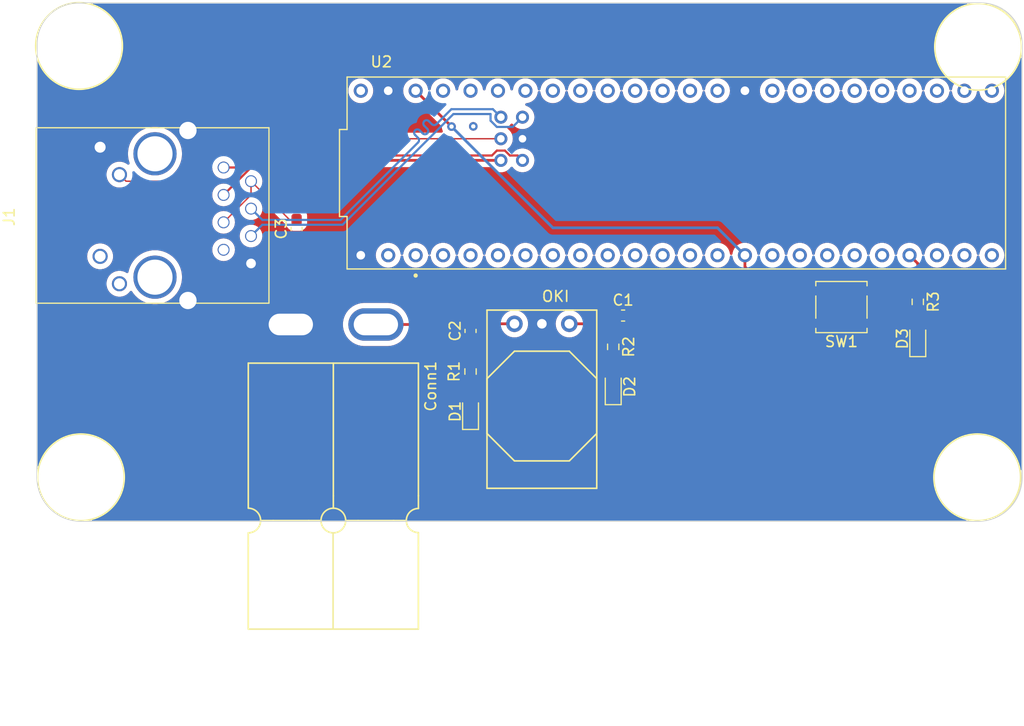
<source format=kicad_pcb>
(kicad_pcb (version 20221018) (generator pcbnew)
  (layers (0 "F.Cu" signal) (31 "B.Cu" signal) (34 "B.Paste" user) (35 "F.Paste" user) (36 "B.SilkS" user "B.Silkscreen") (37 "F.SilkS" user "F.Silkscreen") (38 "B.Mask" user) (39 "F.Mask" user) (44 "Edge.Cuts" user))
  (net 0 "")
  (net 1 "+3V3")
  (net 2 "GND")
  (net 3 "PV")
  (net 4 "Net-(C3-Pad2)")
  (net 5 "Net-(D1-A)")
  (net 6 "Net-(D2-A)")
  (net 7 "Net-(D3-A)")
  (net 9 "Net-(J1-Pad10)")
  (net 11 "/T+")
  (net 12 "/T-")
  (net 14 "/R+")
  (net 15 "/R-")
  (net 16 "Test_Button")
  (footprint "MRDT_Drill_Holes:4_40_Hole_Corner" (layer "F.Cu") (at 57.7963 29.94546 -90)
    (fp_text reference "REF**" hide)
    (fp_text value "4_40_Hole" hide)
    (fp_circle (center 4.00812 -4.00812) (end 4.00812 0.00508) (stroke (width 0.15)) (fill none) (layer "F.SilkS"))
    (pad "" np_thru_hole circle (at 4.00812 -4.00812 270) (size 2.9464 2.9464) (drill 2.9464) (layers "F&B.Cu" "*.Mask") (clearance 2.5))
  )
  (footprint "Button_Switch_SMD:SW_SPST_TL3305A" (layer "F.Cu") (at 132.378 58.142 180)
    (fp_text reference "SW1" (at 0 -3.2) (layer "F.SilkS"))
    (fp_text value "SW_Push")
    (fp_line (start -2.37 -2.37) (end -2.37 -1.97) (stroke (width 0.12)) (layer "F.SilkS"))
    (fp_line (start -2.37 -2.37) (end 2.37 -2.37) (stroke (width 0.12)) (layer "F.SilkS"))
    (fp_line (start -2.37 1.03) (end -2.37 -1.03) (stroke (width 0.12)) (layer "F.SilkS"))
    (fp_line (start -2.37 2.37) (end -2.37 1.97) (stroke (width 0.12)) (layer "F.SilkS"))
    (fp_line (start -2.37 2.37) (end 2.37 2.37) (stroke (width 0.12)) (layer "F.SilkS"))
    (fp_line (start 2.37 -2.37) (end 2.37 -1.97) (stroke (width 0.12)) (layer "F.SilkS"))
    (fp_line (start 2.37 1.03) (end 2.37 -1.03) (stroke (width 0.12)) (layer "F.SilkS"))
    (fp_line (start 2.37 2.37) (end 2.37 1.97) (stroke (width 0.12)) (layer "F.SilkS"))
    (pad "1" smd rect (at -3.6 -1.5 180) (size 1.6 1.4) (layers "F.Cu" "F.Paste" "F.Mask") (net 1 "+3V3"))
    (pad "1" smd rect (at 3.6 -1.5 180) (size 1.6 1.4) (layers "F.Cu" "F.Paste" "F.Mask") (net 1 "+3V3"))
    (pad "2" smd rect (at -3.6 1.5 180) (size 1.6 1.4) (layers "F.Cu" "F.Paste" "F.Mask") (net 16 "Test_Button"))
    (pad "2" smd rect (at 3.6 1.5 180) (size 1.6 1.4) (layers "F.Cu" "F.Paste" "F.Mask") (net 16 "Test_Button"))
  )
  (footprint "Capacitor_SMD:C_0603_1608Metric_Pad1.08x0.95mm_HandSolder" (layer "F.Cu") (at 81.9415 50.9005 90)
    (fp_text reference "C3" (at 0 -1.43 90) (layer "F.SilkS"))
    (fp_text value "0.1uF")
    (fp_line (start -0.146267 -0.51) (end 0.146267 -0.51) (stroke (width 0.12)) (layer "F.SilkS"))
    (fp_line (start -0.146267 0.51) (end 0.146267 0.51) (stroke (width 0.12)) (layer "F.SilkS"))
    (pad "1" smd roundrect (at -0.8625 0 90) (size 1.075 0.95) (layers "F.Cu" "F.Paste" "F.Mask") (net 2 "GND"))
    (pad "2" smd roundrect (at 0.8625 0 90) (size 1.075 0.95) (layers "F.Cu" "F.Paste" "F.Mask") (net 4 "Net-(C3-Pad2)"))
  )
  (footprint "MRDT_Connectors:Square_Anderson_2_H_Side_By_Side_PV" (layer "F.Cu") (at 81.107 59.6302 90)
    (fp_text reference "Conn1" (at -5.85 13.25 90) (layer "F.SilkS"))
    (fp_text value "AndersonPP")
    (fp_line (start -28.344 -3.637) (end -28.344 12.111) (stroke (width 0.15)) (layer "F.SilkS"))
    (fp_line (start -28.3186 -3.637) (end -20.5716 -3.637) (stroke (width 0.15)) (layer "F.SilkS"))
    (fp_line (start -28.3186 4.2116) (end -19.4286 4.2116) (stroke (width 0.15)) (layer "F.SilkS"))
    (fp_line (start -20.597 12.111) (end -19.4286 12.111) (stroke (width 0.15)) (layer "F.SilkS"))
    (fp_line (start -20.5716 12.111) (end -28.3186 12.111) (stroke (width 0.15)) (layer "F.SilkS"))
    (fp_line (start -19.4286 -3.637) (end -20.6478 -3.637) (stroke (width 0.15)) (layer "F.SilkS"))
    (fp_line (start -18.2856 -2.494) (end -18.2856 -1.3256) (stroke (width 0.15)) (layer "F.SilkS"))
    (fp_line (start -18.2856 1.951) (end -18.2856 -1.3256) (stroke (width 0.15)) (layer "F.SilkS"))
    (fp_line (start -18.2856 1.951) (end -18.2856 3.094) (stroke (width 0.15)) (layer "F.SilkS"))
    (fp_line (start -18.2856 6.523) (end -18.2856 5.38) (stroke (width 0.15)) (layer "F.SilkS"))
    (fp_line (start -18.2856 6.523) (end -18.2856 9.825) (stroke (width 0.15)) (layer "F.SilkS"))
    (fp_line (start -18.2856 9.7996) (end -18.2856 10.968) (stroke (width 0.15)) (layer "F.SilkS"))
    (fp_line (start -16.025 -3.637) (end -17.1172 -3.637) (stroke (width 0.15)) (layer "F.SilkS"))
    (fp_line (start -15.9996 -3.637) (end -3.706 -3.637) (stroke (width 0.15)) (layer "F.SilkS"))
    (fp_line (start -15.9996 4.237) (end -17.1426 4.237) (stroke (width 0.15)) (layer "F.SilkS"))
    (fp_line (start -15.9996 4.237) (end -3.706 4.237) (stroke (width 0.15)) (layer "F.SilkS"))
    (fp_line (start -15.9996 12.111) (end -3.706 12.111) (stroke (width 0.15)) (layer "F.SilkS"))
    (fp_line (start -15.9742 12.111) (end -17.168 12.111) (stroke (width 0.15)) (layer "F.SilkS"))
    (fp_line (start -3.706 -3.637) (end -3.706 12.111) (stroke (width 0.15)) (layer "F.SilkS"))
    (fp_arc (start -19.4032 12.111) (mid -19.075863 11.320737) (end -18.2856 10.9934) (stroke (width 0.15)) (layer "F.SilkS"))
    (fp_arc (start -18.2856 -2.494) (mid -19.093823 -2.828777) (end -19.4286 -3.637) (stroke (width 0.15)) (layer "F.SilkS"))
    (fp_arc (start -18.2856 10.9934) (mid -17.495337 11.320737) (end -17.168 12.111) (stroke (width 0.15)) (layer "F.SilkS"))
    (fp_arc (start -17.1426 -3.637) (mid -17.477377 -2.828777) (end -18.2856 -2.494) (stroke (width 0.15)) (layer "F.SilkS"))
    (fp_circle (center -18.2856 4.237) (end -18.2856 5.38) (stroke (width 0.15)) (fill none) (layer "F.SilkS"))
    (pad "1" thru_hole oval (at -0.1246 0.3 90) (size 3 5.1) (drill oval 2 4.1) (layers "*.Cu" "*.Mask") (net 2 "GND"))
    (pad "4" thru_hole oval (at -0.1246 8.174 90) (size 3 5.1) (drill oval 2 4.1) (layers "*.Cu" "*.Mask") (net 3 "PV"))
  )
  (footprint "Resistor_SMD:R_0603_1608Metric_Pad0.98x0.95mm_HandSolder" (layer "F.Cu") (at 111.252 61.8255 -90)
    (fp_text reference "R2" (at 0 -1.43 90) (layer "F.SilkS"))
    (fp_text value "120")
    (fp_line (start -0.254724 -0.5225) (end 0.254724 -0.5225) (stroke (width 0.12)) (layer "F.SilkS"))
    (fp_line (start -0.254724 0.5225) (end 0.254724 0.5225) (stroke (width 0.12)) (layer "F.SilkS"))
    (pad "1" smd roundrect (at -0.9125 0 270) (size 0.975 0.95) (layers "F.Cu" "F.Paste" "F.Mask") (net 1 "+3V3"))
    (pad "2" smd roundrect (at 0.9125 0 270) (size 0.975 0.95) (layers "F.Cu" "F.Paste" "F.Mask") (net 6 "Net-(D2-A)"))
  )
  (footprint "LED_SMD:LED_0603_1608Metric_Pad1.05x0.95mm_HandSolder" (layer "F.Cu") (at 111.252 65.5225 90)
    (fp_text reference "D2" (at 0 1.524 90) (layer "F.SilkS"))
    (fp_text value "Green")
    (fp_line (start -1.66 -0.735) (end -1.66 0.735) (stroke (width 0.12)) (layer "F.SilkS"))
    (fp_line (start -1.66 0.735) (end 0.8 0.735) (stroke (width 0.12)) (layer "F.SilkS"))
    (fp_line (start 0.8 -0.735) (end -1.66 -0.735) (stroke (width 0.12)) (layer "F.SilkS"))
    (pad "1" smd roundrect (at -0.875 0 90) (size 1.05 0.95) (layers "F.Cu" "F.Paste" "F.Mask") (net 2 "GND"))
    (pad "2" smd roundrect (at 0.875 0 90) (size 1.05 0.95) (layers "F.Cu" "F.Paste" "F.Mask") (net 6 "Net-(D2-A)"))
  )
  (footprint "Capacitor_SMD:C_0603_1608Metric_Pad1.08x0.95mm_HandSolder" (layer "F.Cu") (at 112.1675 58.928)
    (fp_text reference "C1" (at 0 -1.43) (layer "F.SilkS"))
    (fp_text value "10uF")
    (fp_line (start -0.146267 -0.51) (end 0.146267 -0.51) (stroke (width 0.12)) (layer "F.SilkS"))
    (fp_line (start -0.146267 0.51) (end 0.146267 0.51) (stroke (width 0.12)) (layer "F.SilkS"))
    (pad "1" smd roundrect (at -0.8625 0) (size 1.075 0.95) (layers "F.Cu" "F.Paste" "F.Mask") (net 1 "+3V3"))
    (pad "2" smd roundrect (at 0.8625 0) (size 1.075 0.95) (layers "F.Cu" "F.Paste" "F.Mask") (net 2 "GND"))
  )
  (footprint "MRDT_Drill_Holes:4_40_Hole_Corner" (layer "F.Cu") (at 57.96788 77.92212)
    (fp_text reference "REF**" hide)
    (fp_text value "4_40_Hole" hide)
    (fp_circle (center 4.00812 -4.00812) (end 4.00812 0.00508) (stroke (width 0.15)) (fill none) (layer "F.SilkS"))
    (pad "" np_thru_hole circle (at 4.00812 -4.00812) (size 2.9464 2.9464) (drill 2.9464) (layers "F&B.Cu" "*.Mask") (clearance 2.5))
  )
  (footprint "MRDT_Devices:OKI_Horizontal" (layer "F.Cu") (at 102.108 59.69)
    (fp_text reference "U1" hide)
    (fp_text value "OKI" (at 3.81 -2.54) (layer "F.SilkS"))
    (fp_line (start -2.54 -1.27) (end 7.62 -1.27) (stroke (width 0.15)) (layer "F.SilkS"))
    (fp_line (start -2.54 5.08) (end 0 2.54) (stroke (width 0.15)) (layer "F.SilkS"))
    (fp_line (start -2.54 10.16) (end -2.54 5.08) (stroke (width 0.15)) (layer "F.SilkS"))
    (fp_line (start -2.54 15.24) (end -2.54 -1.27) (stroke (width 0.15)) (layer "F.SilkS"))
    (fp_line (start -2.54 15.24) (end 7.62 15.24) (stroke (width 0.15)) (layer "F.SilkS"))
    (fp_line (start 0 2.54) (end 5.08 2.54) (stroke (width 0.15)) (layer "F.SilkS"))
    (fp_line (start 0 12.7) (end -2.54 10.16) (stroke (width 0.15)) (layer "F.SilkS"))
    (fp_line (start 5.08 2.54) (end 7.62 5.08) (stroke (width 0.15)) (layer "F.SilkS"))
    (fp_line (start 5.08 12.7) (end 0 12.7) (stroke (width 0.15)) (layer "F.SilkS"))
    (fp_line (start 7.62 -1.27) (end 7.62 15.24) (stroke (width 0.15)) (layer "F.SilkS"))
    (fp_line (start 7.62 5.08) (end 7.62 10.16) (stroke (width 0.15)) (layer "F.SilkS"))
    (fp_line (start 7.62 10.16) (end 5.08 12.7) (stroke (width 0.15)) (layer "F.SilkS"))
    (pad "1" thru_hole circle (at 0 0) (size 1.524 1.524) (drill 0.889) (layers "*.Cu" "*.Mask") (net 3 "PV"))
    (pad "2" thru_hole circle (at 2.54 0) (size 1.524 1.524) (drill 0.889) (layers "*.Cu" "*.Mask") (net 2 "GND"))
    (pad "3" thru_hole circle (at 5.08 0) (size 1.524 1.524) (drill 0.889) (layers "*.Cu" "*.Mask") (net 1 "+3V3"))
  )
  (footprint "Capacitor_SMD:C_0603_1608Metric_Pad1.08x0.95mm_HandSolder" (layer "F.Cu") (at 98.044 60.3515 90)
    (fp_text reference "C2" (at 0 -1.43 90) (layer "F.SilkS"))
    (fp_text value "10uF")
    (fp_line (start -0.146267 -0.51) (end 0.146267 -0.51) (stroke (width 0.12)) (layer "F.SilkS"))
    (fp_line (start -0.146267 0.51) (end 0.146267 0.51) (stroke (width 0.12)) (layer "F.SilkS"))
    (pad "1" smd roundrect (at -0.8625 0 90) (size 1.075 0.95) (layers "F.Cu" "F.Paste" "F.Mask") (net 3 "PV"))
    (pad "2" smd roundrect (at 0.8625 0 90) (size 1.075 0.95) (layers "F.Cu" "F.Paste" "F.Mask") (net 2 "GND"))
  )
  (footprint "MRDT_Drill_Holes:4_40_Hole_Corner" (layer "F.Cu") (at 149.04212 30.02788 180)
    (fp_text reference "REF**" hide)
    (fp_text value "4_40_Hole" hide)
    (fp_circle (center 4.00812 -4.00812) (end 4.00812 0.00508) (stroke (width 0.15)) (fill none) (layer "F.SilkS"))
    (pad "" np_thru_hole circle (at 4.00812 -4.00812 180) (size 2.9464 2.9464) (drill 2.9464) (layers "F&B.Cu" "*.Mask") (clearance 2.5))
  )
  (footprint "MRDT_Connectors:RJ45_Teensy" (layer "F.Cu") (at 55.834 49.782 -90)
    (fp_text reference "J1" (at 0 0.5 90) (layer "F.SilkS"))
    (fp_text value "8P8C_LED_Shielded")
    (fp_line (start -8.25 -23.55) (end 8 -23.55) (stroke (width 0.12)) (layer "F.SilkS"))
    (fp_line (start -8.25 -2) (end -8.25 -23.55) (stroke (width 0.12)) (layer "F.SilkS"))
    (fp_line (start -8.25 -2) (end 8 -2) (stroke (width 0.12)) (layer "F.SilkS"))
    (fp_line (start 8 -2) (end 8 -23.55) (stroke (width 0.12)) (layer "F.SilkS"))
    (pad "1" thru_hole circle (at -4.57 -19.35 270) (size 1.1 1.1) (drill 0.9) (layers "*.Cu" "*.Mask") (net 11 "/T+"))
    (pad "2" thru_hole circle (at -3.3 -21.89 270) (size 1.1 1.1) (drill 0.9) (layers "*.Cu" "*.Mask") (net 4 "Net-(C3-Pad2)"))
    (pad "3" thru_hole circle (at -2.03 -19.35 270) (size 1.1 1.1) (drill 0.9) (layers "*.Cu" "*.Mask") (net 12 "/T-"))
    (pad "4" thru_hole circle (at -0.76 -21.89 270) (size 1.1 1.1) (drill 0.9) (layers "*.Cu" "*.Mask") (net 14 "/R+"))
    (pad "5" thru_hole circle (at 0.51 -19.35 270) (size 1.1 1.1) (drill 0.9) (layers "*.Cu" "*.Mask") (net 4 "Net-(C3-Pad2)"))
    (pad "6" thru_hole circle (at 1.78 -21.89 270) (size 1.1 1.1) (drill 0.9) (layers "*.Cu" "*.Mask") (net 15 "/R-"))
    (pad "7" thru_hole circle (at 3.05 -19.35 270) (size 1.1 1.1) (drill 0.9) (layers "*.Cu" "*.Mask"))
    (pad "8" thru_hole circle (at 4.32 -21.89 270) (size 1.1 1.1) (drill 0.9) (layers "*.Cu" "*.Mask") (net 2 "GND"))
    (pad "9" thru_hole circle (at -6.45 -7.92 270) (size 1.4 1.4) (drill 1.02) (layers "*.Cu" "*.Mask") (net 2 "GND"))
    (pad "10" thru_hole circle (at -3.91 -9.71 270) (size 1.4 1.4) (drill 1.02) (layers "*.Cu" "*.Mask") (net 9 "Net-(J1-Pad10)"))
    (pad "11" thru_hole circle (at 3.66 -7.92 270) (size 1.4 1.4) (drill 1.02) (layers "*.Cu" "*.Mask"))
    (pad "12" thru_hole circle (at 6.2 -9.71 270) (size 1.4 1.4) (drill 1.02) (layers "*.Cu" "*.Mask"))
    (pad "13" thru_hole circle (at -5.84 -13 270) (size 4 4) (drill 3.25) (layers "*.Cu" "*.Mask"))
    (pad "14" thru_hole circle (at 5.59 -13 270) (size 4 4) (drill 3.25) (layers "*.Cu" "*.Mask"))
    (pad "SH" thru_hole circle (at -8 -16.05 270) (size 2 2) (drill 1.6) (layers "*.Cu" "*.Mask") (net 2 "GND"))
    (pad "SH" thru_hole circle (at 7.75 -16.05 270) (size 2 2) (drill 1.6) (layers "*.Cu" "*.Mask") (net 2 "GND"))
  )
  (footprint "MRDT_Shields:Teensy_4_1_Ethernet" (layer "F.Cu") (at 117.094 45.72)
    (fp_text reference "U2" (at -27.305 -10.295) (layer "F.SilkS"))
    (fp_text value "Teensy4.1_DEV-16771")
    (fp_line (start -31.18 4.03) (end -31.18 -4.03) (stroke (width 0.127)) (layer "F.SilkS"))
    (fp_line (start -30.48 -8.89) (end -30.48 -4.03) (stroke (width 0.127)) (layer "F.SilkS"))
    (fp_line (start -30.48 -8.89) (end 30.48 -8.89) (stroke (width 0.127)) (layer "F.SilkS"))
    (fp_line (start -30.48 -4.03) (end -31.18 -4.03) (stroke (width 0.127)) (layer "F.SilkS"))
    (fp_line (start -30.48 4.03) (end -31.18 4.03) (stroke (width 0.127)) (layer "F.SilkS"))
    (fp_line (start -30.48 8.89) (end -30.48 4.03) (stroke (width 0.127)) (layer "F.SilkS"))
    (fp_line (start 30.48 -8.89) (end 30.48 8.89) (stroke (width 0.127)) (layer "F.SilkS"))
    (fp_line (start 30.48 8.89) (end -30.48 8.89) (stroke (width 0.127)) (layer "F.SilkS"))
    (fp_circle (center -24.13 9.5) (end -24.03 9.5) (stroke (width 0.2)) (fill none) (layer "F.SilkS"))
    (pad "0" thru_hole circle (at -26.67 7.62) (size 1.308 1.308) (drill 0.8) (layers "*.Cu" "*.Mask"))
    (pad "1" thru_hole circle (at -24.13 7.62) (size 1.308 1.308) (drill 0.8) (layers "*.Cu" "*.Mask"))
    (pad "2" thru_hole circle (at -21.59 7.62) (size 1.308 1.308) (drill 0.8) (layers "*.Cu" "*.Mask"))
    (pad "3" thru_hole circle (at -19.05 7.62) (size 1.308 1.308) (drill 0.8) (layers "*.Cu" "*.Mask"))
    (pad "3.3V_1" thru_hole circle (at 6.35 7.62) (size 1.308 1.308) (drill 0.8) (layers "*.Cu" "*.Mask") (net 1 "+3V3"))
    (pad "3.3V_2" thru_hole circle (at -24.13 -7.62) (size 1.308 1.308) (drill 0.8) (layers "*.Cu" "*.Mask") (net 1 "+3V3"))
    (pad "4" thru_hole circle (at -16.51 7.62) (size 1.308 1.308) (drill 0.8) (layers "*.Cu" "*.Mask"))
    (pad "5" thru_hole circle (at -13.97 7.62) (size 1.308 1.308) (drill 0.8) (layers "*.Cu" "*.Mask"))
    (pad "6" thru_hole circle (at -11.43 7.62) (size 1.308 1.308) (drill 0.8) (layers "*.Cu" "*.Mask"))
    (pad "7" thru_hole circle (at -8.89 7.62) (size 1.308 1.308) (drill 0.8) (layers "*.Cu" "*.Mask"))
    (pad "8" thru_hole circle (at -6.35 7.62) (size 1.308 1.308) (drill 0.8) (layers "*.Cu" "*.Mask"))
    (pad "9" thru_hole circle (at -3.81 7.62) (size 1.308 1.308) (drill 0.8) (layers "*.Cu" "*.Mask"))
    (pad "10" thru_hole circle (at -1.27 7.62) (size 1.308 1.308) (drill 0.8) (layers "*.Cu" "*.Mask"))
    (pad "11" thru_hole circle (at 1.27 7.62) (size 1.308 1.308) (drill 0.8) (layers "*.Cu" "*.Mask"))
    (pad "12" thru_hole circle (at 3.81 7.62) (size 1.308 1.308) (drill 0.8) (layers "*.Cu" "*.Mask"))
    (pad "13" thru_hole circle (at 3.81 -7.62) (size 1.308 1.308) (drill 0.8) (layers "*.Cu" "*.Mask"))
    (pad "14" thru_hole circle (at 1.27 -7.62) (size 1.308 1.308) (drill 0.8) (layers "*.Cu" "*.Mask"))
    (pad "15" thru_hole circle (at -1.27 -7.62) (size 1.308 1.308) (drill 0.8) (layers "*.Cu" "*.Mask"))
    (pad "16" thru_hole circle (at -3.81 -7.62) (size 1.308 1.308) (drill 0.8) (layers "*.Cu" "*.Mask"))
    (pad "17" thru_hole circle (at -6.35 -7.62) (size 1.308 1.308) (drill 0.8) (layers "*.Cu" "*.Mask"))
    (pad "18" thru_hole circle (at -8.89 -7.62) (size 1.308 1.308) (drill 0.8) (layers "*.Cu" "*.Mask"))
    (pad "19" thru_hole circle (at -11.43 -7.62) (size 1.308 1.308) (drill 0.8) (layers "*.Cu" "*.Mask"))
    (pad "20" thru_hole circle (at -13.97 -7.62) (size 1.308 1.308) (drill 0.8) (layers "*.Cu" "*.Mask"))
    (pad "21" thru_hole circle (at -16.51 -7.62) (size 1.308 1.308) (drill 0.8) (layers "*.Cu" "*.Mask"))
    (pad "22" thru_hole circle (at -19.05 -7.62) (size 1.308 1.308) (drill 0.8) (layers "*.Cu" "*.Mask"))
    (pad "23" thru_hole circle (at -21.59 -7.62) (size 1.308 1.308) (drill 0.8) (layers "*.Cu" "*.Mask"))
    (pad "24" thru_hole circle (at 8.89 7.62) (size 1.308 1.308) (drill 0.8) (layers "*.Cu" "*.Mask"))
    (pad "25" thru_hole circle (at 11.43 7.62) (size 1.308 1.308) (drill 0.8) (layers "*.Cu" "*.Mask"))
    (pad "26" thru_hole circle (at 13.97 7.62) (size 1.308 1.308) (drill 0.8) (layers "*.Cu" "*.Mask"))
    (pad "27" thru_hole circle (at 16.51 7.62) (size 1.308 1.308) (drill 0.8) (layers "*.Cu" "*.Mask"))
    (pad "28" thru_hole circle (at 19.05 7.62) (size 1.308 1.308) (drill 0.8) (layers "*.Cu" "*.Mask"))
    (pad "29" thru_hole circle (at 21.59 7.62) (size 1.308 1.308) (drill 0.8) (layers "*.Cu" "*.Mask") (net 16 "Test_Button"))
    (pad "30" thru_hole circle (at 24.13 7.62) (size 1.308 1.308) (drill 0.8) (layers "*.Cu" "*.Mask"))
    (pad "31" thru_hole circle (at 26.67 7.62) (size 1.308 1.308) (drill 0.8) (layers "*.Cu" "*.Mask"))
    (pad "32" thru_hole circle (at 29.21 7.62) (size 1.308 1.308) (drill 0.8) (layers "*.Cu" "*.Mask"))
    (pad "33" thru_hole circle (at 29.21 -7.62) (size 1.308 1.308) (drill 0.8) (layers "*.Cu" "*.Mask"))
    (pad "34" thru_hole circle (at 26.67 -7.62) (size 1.308 1.308) (drill 0.8) (layers "*.Cu" "*.Mask"))
    (pad "35" thru_hole circle (at 24.13 -7.62) (size 1.308 1.308) (drill 0.8) (layers "*.Cu" "*.Mask"))
    (pad "36" thru_hole circle (at 21.59 -7.62) (size 1.308 1.308) (drill 0.8) (layers "*.Cu" "*.Mask"))
    (pad "37" thru_hole circle (at 19.05 -7.62) (size 1.308 1.308) (drill 0.8) (layers "*.Cu" "*.Mask"))
    (pad "38" thru_hole circle (at 16.51 -7.62) (size 1.308 1.308) (drill 0.8) (layers "*.Cu" "*.Mask"))
    (pad "39" thru_hole circle (at 13.97 -7.62) (size 1.308 1.308) (drill 0.8) (layers "*.Cu" "*.Mask"))
    (pad "40" thru_hole circle (at 11.43 -7.62) (size 1.308 1.308) (drill 0.8) (layers "*.Cu" "*.Mask"))
    (pad "41" thru_hole circle (at 8.89 -7.62) (size 1.308 1.308) (drill 0.8) (layers "*.Cu" "*.Mask"))
    (pad "GND1" thru_hole circle (at -29.21 7.62) (size 1.308 1.308) (drill 0.8) (layers "*.Cu" "*.Mask") (net 2 "GND"))
    (pad "GND2" thru_hole circle (at 6.35 -7.62) (size 1.308 1.308) (drill 0.8) (layers "*.Cu" "*.Mask") (net 2 "GND"))
    (pad "GND3" thru_hole circle (at -26.67 -7.62) (size 1.308 1.308) (drill 0.8) (layers "*.Cu" "*.Mask") (net 2 "GND"))
    (pad "GND5" thru_hole circle (at -14.24 -3.17) (size 1.208 1.208) (drill 0.7) (layers "*.Cu" "*.Mask") (net 2 "GND"))
    (pad "LED" thru_hole circle (at -16.24 -3.17) (size 1.208 1.208) (drill 0.7) (layers "*.Cu" "*.Mask") (net 9 "Net-(J1-Pad10)"))
    (pad "R+" thru_hole circle (at -16.24 -5.17) (size 1.208 1.208) (drill 0.7) (layers "*.Cu" "*.Mask") (net 14 "/R+"))
    (pad "R-" thru_hole circle (at -14.24 -5.17) (size 1.208 1.208) (drill 0.7) (layers "*.Cu" "*.Mask") (net 15 "/R-"))
    (pad "T+" thru_hole circle (at -14.24 -1.17) (size 1.208 1.208) (drill 0.7) (layers "*.Cu" "*.Mask") (net 11 "/T+"))
    (pad "T-" thru_hole circle (at -16.24 -1.17) (size 1.208 1.208) (drill 0.7) (layers "*.Cu" "*.Mask") (net 12 "/T-"))
    (pad "VIN" thru_hole circle (at -29.21 -7.62) (size 1.308 1.308) (drill 0.8) (layers "*.Cu" "*.Mask"))
  )
  (footprint "MRDT_Drill_Holes:4_40_Hole_Corner" (layer "F.Cu") (at 148.9597 77.92212 90)
    (fp_text reference "REF**" hide)
    (fp_text value "4_40_Hole" hide)
    (fp_circle (center 4.00812 -4.00812) (end 4.00812 0.00508) (stroke (width 0.15)) (fill none) (layer "F.SilkS"))
    (pad "" np_thru_hole circle (at 4.00812 -4.00812 90) (size 2.9464 2.9464) (drill 2.9464) (layers "*.Cu" "*.Mask") (clearance 2.5))
  )
  (footprint "Resistor_SMD:R_0603_1608Metric_Pad0.98x0.95mm_HandSolder" (layer "F.Cu") (at 98.044 64.1115 -90)
    (fp_text reference "R1" (at 0 1.524 90) (layer "F.SilkS"))
    (fp_text value "3k")
    (fp_line (start -0.254724 -0.5225) (end 0.254724 -0.5225) (stroke (width 0.12)) (layer "F.SilkS"))
    (fp_line (start -0.254724 0.5225) (end 0.254724 0.5225) (stroke (width 0.12)) (layer "F.SilkS"))
    (pad "1" smd roundrect (at -0.9125 0 270) (size 0.975 0.95) (layers "F.Cu" "F.Paste" "F.Mask") (net 3 "PV"))
    (pad "2" smd roundrect (at 0.9125 0 270) (size 0.975 0.95) (layers "F.Cu" "F.Paste" "F.Mask") (net 5 "Net-(D1-A)"))
  )
  (footprint "LED_SMD:LED_0603_1608Metric_Pad1.05x0.95mm_HandSolder" (layer "F.Cu") (at 139.446 61.073 90)
    (fp_text reference "D3" (at 0 -1.43 90) (layer "F.SilkS"))
    (fp_text value "Green")
    (fp_line (start -1.66 -0.735) (end -1.66 0.735) (stroke (width 0.12)) (layer "F.SilkS"))
    (fp_line (start -1.66 0.735) (end 0.8 0.735) (stroke (width 0.12)) (layer "F.SilkS"))
    (fp_line (start 0.8 -0.735) (end -1.66 -0.735) (stroke (width 0.12)) (layer "F.SilkS"))
    (pad "1" smd roundrect (at -0.875 0 90) (size 1.05 0.95) (layers "F.Cu" "F.Paste" "F.Mask") (net 2 "GND"))
    (pad "2" smd roundrect (at 0.875 0 90) (size 1.05 0.95) (layers "F.Cu" "F.Paste" "F.Mask") (net 7 "Net-(D3-A)"))
  )
  (footprint "LED_SMD:LED_0603_1608Metric_Pad1.05x0.95mm_HandSolder" (layer "F.Cu") (at 98.044 67.818 90)
    (fp_text reference "D1" (at 0 -1.43 90) (layer "F.SilkS"))
    (fp_text value "Green")
    (fp_line (start -1.66 -0.735) (end -1.66 0.735) (stroke (width 0.12)) (layer "F.SilkS"))
    (fp_line (start -1.66 0.735) (end 0.8 0.735) (stroke (width 0.12)) (layer "F.SilkS"))
    (fp_line (start 0.8 -0.735) (end -1.66 -0.735) (stroke (width 0.12)) (layer "F.SilkS"))
    (pad "1" smd roundrect (at -0.875 0 90) (size 1.05 0.95) (layers "F.Cu" "F.Paste" "F.Mask") (net 2 "GND"))
    (pad "2" smd roundrect (at 0.875 0 90) (size 1.05 0.95) (layers "F.Cu" "F.Paste" "F.Mask") (net 5 "Net-(D1-A)"))
  )
  (footprint "Resistor_SMD:R_0603_1608Metric_Pad0.98x0.95mm_HandSolder" (layer "F.Cu") (at 139.446 57.658 -90)
    (fp_text reference "R3" (at 0 -1.43 90) (layer "F.SilkS"))
    (fp_text value "120")
    (fp_line (start -0.254724 -0.5225) (end 0.254724 -0.5225) (stroke (width 0.12)) (layer "F.SilkS"))
    (fp_line (start -0.254724 0.5225) (end 0.254724 0.5225) (stroke (width 0.12)) (layer "F.SilkS"))
    (pad "1" smd roundrect (at -0.9125 0 270) (size 0.975 0.95) (layers "F.Cu" "F.Paste" "F.Mask") (net 16 "Test_Button"))
    (pad "2" smd roundrect (at 0.9125 0 270) (size 0.975 0.95) (layers "F.Cu" "F.Paste" "F.Mask") (net 7 "Net-(D3-A)"))
  )
  (gr_line (start 61.722 29.972) (end 145.288 29.972) (stroke (width 0.1)) (layer "Edge.Cuts"))
  (gr_arc (start 61.976 77.978) (mid 59.102318 76.787682) (end 57.912 73.914) (stroke (width 0.1)) (layer "Edge.Cuts"))
  (gr_line (start 57.912 33.782) (end 57.912 73.914) (stroke (width 0.1)) (layer "Edge.Cuts"))
  (gr_arc (start 149.098 73.914) (mid 147.907682 76.787682) (end 145.034 77.978) (stroke (width 0.1)) (layer "Edge.Cuts"))
  (gr_arc (start 57.912 33.782) (mid 59.027923 31.087923) (end 61.722 29.972) (stroke (width 0.1)) (layer "Edge.Cuts"))
  (gr_line (start 145.034 77.978) (end 61.976 77.978) (stroke (width 0.1)) (layer "Edge.Cuts"))
  (gr_line (start 149.098 33.782) (end 149.098 73.914) (stroke (width 0.1)) (layer "Edge.Cuts"))
  (gr_arc (start 145.288 29.972) (mid 147.982077 31.087923) (end 149.098 33.782) (stroke (width 0.1)) (layer "Edge.Cuts"))
  (via (at 98.298 41.402) (size 0.8) (drill 0.4) (layers "F.Cu" "B.Cu") (net 0))
  (segment (start 110.543 59.69) (end 111.305 58.928) (width 0.254) (layer "F.Cu") (net 1))
  (segment (start 135.978 59.642) (end 128.778 59.642) (width 0.254) (layer "F.Cu") (net 1))
  (segment (start 111.305 60.86) (end 111.252 60.913) (width 0.254) (layer "F.Cu") (net 1))
  (segment (start 111.305 58.928) (end 111.305 60.86) (width 0.254) (layer "F.Cu") (net 1))
  (segment (start 112.107 58.126) (end 111.305 58.928) (width 0.254) (layer "F.Cu") (net 1))
  (segment (start 123.444 54.408) (end 123.444 53.34) (width 0.254) (layer "F.Cu") (net 1))
  (segment (start 128.778 59.642) (end 128.678 59.642) (width 0.254) (layer "F.Cu") (net 1))
  (segment (start 107.188 59.69) (end 110.543 59.69) (width 0.254) (layer "F.Cu") (net 1))
  (segment (start 128.678 59.642) (end 123.444 54.408) (width 0.254) (layer "F.Cu") (net 1))
  (segment (start 128.778 59.642) (end 127.262 58.126) (width 0.254) (layer "F.Cu") (net 1))
  (segment (start 92.964 38.1) (end 96.284722 41.420722) (width 0.254) (layer "F.Cu") (net 1))
  (segment (start 127.262 58.126) (end 112.107 58.126) (width 0.254) (layer "F.Cu") (net 1))
  (via (at 96.284722 41.420722) (size 0.8) (drill 0.4) (layers "F.Cu" "B.Cu") (net 1))
  (segment (start 120.904 50.8) (end 123.444 53.34) (width 0.254) (layer "B.Cu") (net 1))
  (segment (start 105.664 50.8) (end 120.904 50.8) (width 0.254) (layer "B.Cu") (net 1))
  (segment (start 96.284722 41.420722) (end 105.664 50.8) (width 0.254) (layer "B.Cu") (net 1))
  (segment (start 98.044 61.214) (end 99.568 59.69) (width 0.254) (layer "F.Cu") (net 3))
  (segment (start 99.568 59.69) (end 102.108 59.69) (width 0.254) (layer "F.Cu") (net 3))
  (segment (start 98.044 63.199) (end 98.044 61.214) (width 0.254) (layer "F.Cu") (net 3))
  (segment (start 98.044 60.8356) (end 98.044 61.214) (width 0.254) (layer "F.Cu") (net 3))
  (segment (start 96.9632 59.7548) (end 98.044 60.8356) (width 0.254) (layer "F.Cu") (net 3))
  (segment (start 89.281 59.7548) (end 96.9632 59.7548) (width 0.254) (layer "F.Cu") (net 3))
  (segment (start 77.724 47.752) (end 77.724 46.482) (width 0.127) (layer "F.Cu") (net 4))
  (segment (start 81.28 50.038) (end 81.9415 50.038) (width 0.127) (layer "F.Cu") (net 4))
  (segment (start 75.184 50.292) (end 77.724 47.752) (width 0.127) (layer "F.Cu") (net 4))
  (segment (start 77.724 46.482) (end 81.28 50.038) (width 0.127) (layer "F.Cu") (net 4))
  (segment (start 98.044 65.024) (end 98.044 66.943) (width 0.254) (layer "F.Cu") (net 5))
  (segment (start 111.252 62.738) (end 111.252 64.6475) (width 0.254) (layer "F.Cu") (net 6))
  (segment (start 139.446 58.5705) (end 139.446 60.198) (width 0.254) (layer "F.Cu") (net 7))
  (segment (start 75.814 42.55) (end 100.854 42.55) (width 0.127) (layer "F.Cu") (net 9))
  (segment (start 65.544 45.872) (end 66.154 46.482) (width 0.127) (layer "F.Cu") (net 9))
  (segment (start 66.154 46.482) (end 71.882 46.482) (width 0.127) (layer "F.Cu") (net 9))
  (segment (start 71.882 46.482) (end 75.814 42.55) (width 0.127) (layer "F.Cu") (net 9))
  (segment (start 101.68245 44.1) (end 102.404 44.1) (width 0.2) (layer "F.Cu") (net 11))
  (segment (start 77.087603 45.212) (end 78.199603 44.1) (width 0.2) (layer "F.Cu") (net 11))
  (segment (start 100.47955 43.646) (end 101.22845 43.646) (width 0.2) (layer "F.Cu") (net 11))
  (segment (start 100.02555 44.1) (end 100.47955 43.646) (width 0.2) (layer "F.Cu") (net 11))
  (segment (start 102.404 44.1) (end 102.854 44.55) (width 0.2) (layer "F.Cu") (net 11))
  (segment (start 78.199603 44.1) (end 100.02555 44.1) (width 0.2) (layer "F.Cu") (net 11))
  (segment (start 75.184 45.212) (end 77.087603 45.212) (width 0.2) (layer "F.Cu") (net 11))
  (segment (start 101.22845 43.646) (end 101.68245 44.1) (width 0.2) (layer "F.Cu") (net 11))
  (segment (start 78.386 44.55) (end 100.854 44.55) (width 0.254) (layer "F.Cu") (net 12))
  (segment (start 75.184 47.752) (end 78.386 44.55) (width 0.2) (layer "F.Cu") (net 12))
  (segment (start 96.269352 39.810448) (end 100.114448 39.810448) (width 0.2) (layer "B.Cu") (net 14))
  (segment (start 86.012801 50.066999) (end 93.1859 42.8939) (width 0.2) (layer "B.Cu") (net 14))
  (segment (start 94.03443 41.621106) (end 93.760407 41.347083) (width 0.2) (layer "B.Cu") (net 14))
  (segment (start 77.724 49.022) (end 78.768999 50.066999) (width 0.2) (layer "B.Cu") (net 14))
  (segment (start 94.034431 42.045372) (end 94.03443 42.045371) (width 0.2) (layer "B.Cu") (net 14))
  (segment (start 93.336163 41.771368) (end 93.610167 42.045372) (width 0.2) (layer "B.Cu") (net 14))
  (segment (start 93.760407 40.922819) (end 93.760409 40.922818) (width 0.2) (layer "B.Cu") (net 14))
  (segment (start 78.768999 50.066999) (end 86.012801 50.066999) (width 0.2) (layer "B.Cu") (net 14))
  (segment (start 92.911897 41.771369) (end 92.911899 41.771368) (width 0.2) (layer "B.Cu") (net 14))
  (segment (start 94.184673 40.922818) (end 94.458697 41.196842) (width 0.2) (layer "B.Cu") (net 14))
  (segment (start 94.882961 41.196842) (end 94.88296 41.196841) (width 0.2) (layer "B.Cu") (net 14))
  (segment (start 94.03443 42.045371) (end 94.03443 42.04537) (width 0.2) (layer "B.Cu") (net 14))
  (segment (start 94.88296 41.196841) (end 96.269352 39.810448) (width 0.2) (layer "B.Cu") (net 14))
  (segment (start 93.1859 42.469636) (end 92.911897 42.195633) (width 0.2) (layer "B.Cu") (net 14))
  (segment (start 100.114448 39.810448) (end 100.854 40.55) (width 0.2) (layer "B.Cu") (net 14))
  (arc (start 94.03443 42.04537) (mid 94.122298 41.833238) (end 94.03443 41.621106) (width 0.2) (layer "B.Cu") (net 14))
  (arc (start 92.911897 42.195633) (mid 92.824029 41.983501) (end 92.911897 41.771369) (width 0.2) (layer "B.Cu") (net 14))
  (arc (start 93.1859 42.8939) (mid 93.273768 42.681768) (end 93.1859 42.469636) (width 0.2) (layer "B.Cu") (net 14))
  (arc (start 94.458697 41.196842) (mid 94.670829 41.28471) (end 94.882961 41.196842) (width 0.2) (layer "B.Cu") (net 14))
  (arc (start 93.760409 40.922818) (mid 93.972541 40.83495) (end 94.184673 40.922818) (width 0.2) (layer "B.Cu") (net 14))
  (arc (start 93.760407 41.347083) (mid 93.672539 41.134951) (end 93.760407 40.922819) (width 0.2) (layer "B.Cu") (net 14))
  (arc (start 92.911899 41.771368) (mid 93.124031 41.6835) (end 93.336163 41.771368) (width 0.2) (layer "B.Cu") (net 14))
  (arc (start 93.610167 42.045372) (mid 93.822299 42.13324) (end 94.034431 42.045372) (width 0.2) (layer "B.Cu") (net 14))
  (segment (start 100.47955 41.454) (end 101.95 41.454) (width 0.2) (layer "B.Cu") (net 15))
  (segment (start 96.455752 40.260448) (end 99.896293 40.260448) (width 0.2) (layer "B.Cu") (net 15))
  (segment (start 101.95 41.454) (end 102.854 40.55) (width 0.2) (layer "B.Cu") (net 15))
  (segment (start 99.896293 40.260448) (end 99.896293 40.870743) (width 0.2) (layer "B.Cu") (net 15))
  (segment (start 86.199199 50.517001) (end 96.455752 40.260448) (width 0.2) (layer "B.Cu") (net 15))
  (segment (start 99.896293 40.870743) (end 100.47955 41.454) (width 0.2) (layer "B.Cu") (net 15))
  (segment (start 78.768999 50.517001) (end 86.199199 50.517001) (width 0.2) (layer "B.Cu") (net 15))
  (segment (start 77.724 51.562) (end 78.768999 50.517001) (width 0.2) (layer "B.Cu") (net 15))
  (segment (start 138.684 53.34) (end 139.446 54.102) (width 0.254) (layer "F.Cu") (net 16))
  (segment (start 128.778 56.642) (end 135.978 56.642) (width 0.254) (layer "F.Cu") (net 16))
  (segment (start 139.3425 56.642) (end 135.978 56.642) (width 0.254) (layer "F.Cu") (net 16))
  (segment (start 139.446 56.7455) (end 139.3425 56.642) (width 0.254) (layer "F.Cu") (net 16))
  (segment (start 139.446 54.102) (end 139.446 56.7455) (width 0.254) (layer "F.Cu") (net 16))
  (zone (net 2) (net_name "GND") (layer "F.Cu") (connect_pads yes (clearance 0.5)) (min_thickness 0.25) (fill yes (thermal_gap 0.5) (thermal_bridge_width 0.5))
    (polygon (pts (xy 149.04212 30.02788) (xy 57.7963 29.94546) (xy 57.96788 77.92212) (xy 148.9597 77.92212)))
  )
  (zone (net 2) (net_name "GND") (layer "B.Cu") (priority 1) (connect_pads yes (clearance 0.5)) (min_thickness 0.25) (fill yes (thermal_gap 0.5) (thermal_bridge_width 0.5))
    (polygon (pts (xy 149.098 29.972) (xy 57.658 29.972) (xy 57.912 77.978) (xy 149.098 77.978)))
  )
)
</source>
